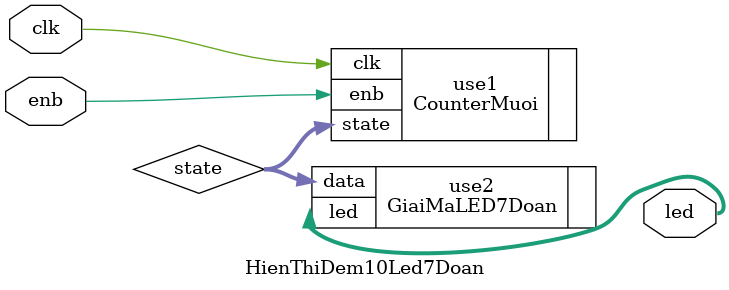
<source format=v>
module HienThiDem10Led7Doan(input wire clk, 
input wire enb, 
output wire [6:0] led); 

wire [3:0]state;

CounterMuoi use1( .clk(clk), .enb(enb), .state(state));
GiaiMaLED7Doan use2(.data(state), .led(led));

endmodule
</source>
